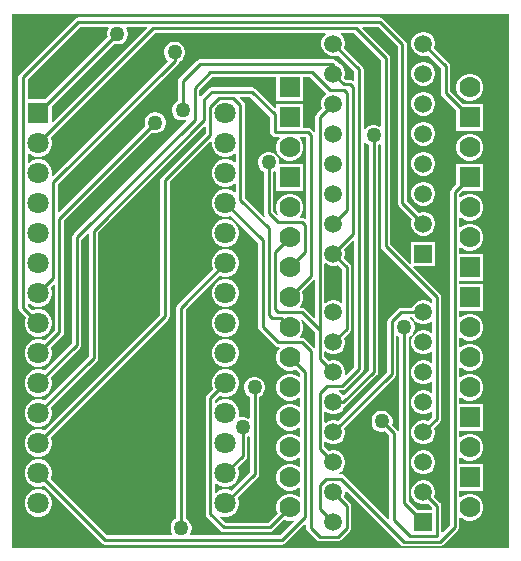
<source format=gtl>
%FSTAX23Y23*%
%MOIN*%
%SFA1B1*%

%IPPOS*%
%ADD13C,0.010000*%
%ADD21R,0.059060X0.059060*%
%ADD22C,0.059060*%
%ADD23C,0.070870*%
%ADD24R,0.070870X0.070870*%
%ADD25C,0.070000*%
%ADD26R,0.070000X0.070000*%
%ADD27C,0.050000*%
%LNeeprom_programmer-1*%
%LPD*%
G36*
X0435Y01645D02*
X02695D01*
Y03425*
X0435*
Y01645*
G37*
%LNeeprom_programmer-2*%
%LPC*%
G36*
X0407Y03264D02*
X04059D01*
X04049Y03261*
X0404Y03256*
X04033Y03249*
X04028Y0324*
X04025Y0323*
Y03219*
X04028Y03209*
X04033Y032*
X0404Y03193*
X04049Y03188*
X04059Y03185*
X0407*
X0408Y03188*
X04089Y03193*
X04096Y032*
X04101Y03209*
X04104Y03219*
Y0323*
X04101Y0324*
X04096Y03249*
X04089Y03256*
X0408Y03261*
X0407Y03264*
G37*
G36*
X04225Y03225D02*
X04214D01*
X04202Y03221*
X04192Y03216*
X04183Y03207*
X04178Y03197*
X04175Y03185*
Y03174*
X04178Y03162*
X04183Y03152*
X04192Y03143*
X04202Y03138*
X04214Y03135*
X04225*
X04237Y03138*
X04247Y03143*
X04256Y03152*
X04261Y03162*
X04265Y03174*
Y03185*
X04261Y03197*
X04256Y03207*
X04247Y03216*
X04237Y03221*
X04225Y03225*
G37*
G36*
X0407Y03164D02*
X04059D01*
X04049Y03161*
X0404Y03156*
X04033Y03149*
X04028Y0314*
X04025Y0313*
Y03119*
X04028Y03109*
X04033Y031*
X0404Y03093*
X04049Y03088*
X04059Y03085*
X0407*
X0408Y03088*
X04089Y03093*
X04096Y031*
X04101Y03109*
X04104Y03119*
Y0313*
X04101Y0314*
X04096Y03149*
X04089Y03156*
X0408Y03161*
X0407Y03164*
G37*
G36*
Y03364D02*
X04059D01*
X04049Y03361*
X0404Y03356*
X04033Y03349*
X04028Y0334*
X04025Y0333*
Y03319*
X04028Y03309*
X04033Y033*
X0404Y03293*
X04049Y03288*
X04059Y03285*
X0407*
X0408Y03288*
X04123Y03244*
Y03161*
X04124Y03155*
X04128Y0315*
X04175Y03103*
Y03035*
X04265*
Y03125*
X04196*
X04154Y03167*
Y03251*
X04153Y03256*
X04149Y03261*
X04101Y03309*
X04104Y03319*
Y0333*
X04101Y0334*
X04096Y03349*
X04089Y03356*
X0408Y03361*
X0407Y03364*
G37*
G36*
Y03064D02*
X04059D01*
X04049Y03061*
X0404Y03056*
X04033Y03049*
X04028Y0304*
X04025Y0303*
Y03019*
X04028Y03009*
X04033Y03*
X0404Y02993*
X04049Y02988*
X04059Y02985*
X0407*
X0408Y02988*
X04089Y02993*
X04096Y03*
X04101Y03009*
X04104Y03019*
Y0303*
X04101Y0304*
X04096Y03049*
X04089Y03056*
X0408Y03061*
X0407Y03064*
G37*
G36*
X04225Y03025D02*
X04214D01*
X04202Y03021*
X04192Y03016*
X04183Y03007*
X04178Y02997*
X04175Y02985*
Y02974*
X04178Y02962*
X04183Y02952*
X04192Y02943*
X04202Y02938*
X04214Y02935*
X04225*
X04237Y02938*
X04247Y02943*
X04256Y02952*
X04261Y02962*
X04265Y02974*
Y02985*
X04261Y02997*
X04256Y03007*
X04247Y03016*
X04237Y03021*
X04225Y03025*
G37*
G36*
X0407Y02964D02*
X04059D01*
X04049Y02961*
X0404Y02956*
X04033Y02949*
X04028Y0294*
X04025Y0293*
Y02919*
X04028Y02909*
X04033Y029*
X0404Y02893*
X04049Y02888*
X04059Y02885*
X0407*
X0408Y02888*
X04089Y02893*
X04096Y029*
X04101Y02909*
X04104Y02919*
Y0293*
X04101Y0294*
X04096Y02949*
X04089Y02956*
X0408Y02961*
X0407Y02964*
G37*
G36*
Y02864D02*
X04059D01*
X04049Y02861*
X0404Y02856*
X04033Y02849*
X04028Y0284*
X04025Y0283*
Y02819*
X04028Y02809*
X04033Y028*
X0404Y02793*
X04049Y02788*
X04059Y02785*
X0407*
X0408Y02788*
X04089Y02793*
X04096Y028*
X04101Y02809*
X04104Y02819*
Y0283*
X04101Y0284*
X04096Y02849*
X04089Y02856*
X0408Y02861*
X0407Y02864*
G37*
G36*
X0392Y03413D02*
X02915D01*
X02909Y03412*
X02904Y03408*
X0272Y03224*
X02716Y03219*
X02715Y03213*
Y02444*
X02716Y02438*
X0272Y02433*
X0274Y02413*
X02739Y02411*
X02736Y02399*
Y02387*
X02739Y02376*
X02745Y02365*
X02753Y02357*
X02763Y02351*
X02775Y02348*
X02787*
X02799Y02351*
X02809Y02357*
X02817Y02365*
X02823Y02376*
X02826Y02387*
Y02399*
X02823Y02411*
X02817Y02421*
X02809Y0243*
X02799Y02436*
X02787Y02439*
X02775*
X02763Y02436*
X02761Y02435*
X02746Y0245*
Y02458*
X0275Y0246*
X02753Y02457*
X02763Y02451*
X02775Y02448*
X02787*
X02799Y02451*
X02809Y02457*
X02817Y02465*
X02823Y02476*
X02826Y02487*
Y02499*
X02823Y02511*
X02822Y02513*
X02831Y02522*
X02836Y0252*
Y0237*
X02801Y02335*
X02799Y02336*
X02787Y02339*
X02775*
X02763Y02336*
X02753Y0233*
X02745Y02321*
X02739Y02311*
X02736Y02299*
Y02287*
X02739Y02276*
X02745Y02265*
X02753Y02257*
X02763Y02251*
X02775Y02248*
X02787*
X02799Y02251*
X02809Y02257*
X02817Y02265*
X02823Y02276*
X02826Y02287*
Y02299*
X02823Y02311*
X02822Y02313*
X02862Y02353*
X02866Y02358*
X02867Y02364*
Y02736*
X03159Y03028*
X03166Y03027*
X03175*
X03184Y03029*
X03192Y03033*
X03199Y0304*
X03203Y03048*
X03206Y03057*
Y03066*
X03203Y03075*
X03199Y03083*
X03192Y0309*
X03184Y03094*
X03175Y03097*
X03166*
X03157Y03094*
X03149Y0309*
X03142Y03083*
X03138Y03075*
X03136Y03066*
Y03057*
X03137Y0305*
X02851Y02764*
X02847Y02766*
Y02857*
X03246Y03257*
X0325Y03262*
X0325Y03265*
X03257Y03268*
X03264Y03275*
X03268Y03283*
X03271Y03292*
Y03301*
X03268Y0331*
X03264Y03318*
X03257Y03325*
X03249Y03329*
X0324Y03332*
X03231*
X03222Y03329*
X03214Y03325*
X03207Y03318*
X03203Y0331*
X03201Y03301*
Y03292*
X03203Y03283*
X03207Y03275*
X03214Y03268*
X03214Y03268*
X02831Y02884*
X02826Y02887*
X02826Y02887*
Y02899*
X02823Y02911*
X02817Y02921*
X02809Y0293*
X02799Y02936*
X02787Y02939*
X02775*
X02763Y02936*
X02753Y0293*
X0275Y02927*
X02746Y02929*
Y02958*
X0275Y0296*
X02753Y02957*
X02763Y02951*
X02775Y02948*
X02787*
X02799Y02951*
X02809Y02957*
X02817Y02965*
X02823Y02976*
X02826Y02987*
Y02999*
X02823Y03011*
X02822Y03013*
X03169Y0336*
X03738*
X03739Y03355*
X03733Y03349*
X03728Y0334*
X03725Y0333*
Y03319*
X03728Y03309*
X03733Y033*
X0374Y03293*
X03749Y03288*
X03759Y03285*
X0377*
X0378Y03288*
X03835Y03232*
Y03201*
X03832Y032*
X0383Y032*
X03825Y03203*
X0382Y03204*
X03806*
X03801Y03209*
X03804Y03219*
Y0323*
X03801Y0324*
X03796Y03249*
X03789Y03256*
X0378Y03261*
X03779Y03262*
X03779Y03263*
X03775Y03268*
X0377Y03272*
X03765Y03273*
X0332*
X03314Y03272*
X03309Y03268*
X03251Y0321*
X03247Y03205*
X03246Y032*
Y03135*
X0324Y03132*
X03233Y03125*
X03229Y03117*
X03227Y03108*
Y03099*
X03229Y0309*
X03233Y03082*
X0324Y03075*
X03248Y03071*
X03257Y03069*
X03266*
X03273Y0307*
X03275Y03066*
X02899Y02689*
X02895Y02684*
X02894Y02679*
Y02328*
X02801Y02235*
X02799Y02236*
X02787Y02239*
X02775*
X02763Y02236*
X02753Y0223*
X02745Y02221*
X02739Y02211*
X02736Y02199*
Y02187*
X02739Y02176*
X02745Y02165*
X02753Y02157*
X02763Y02151*
X02775Y02148*
X02787*
X02799Y02151*
X02809Y02157*
X02817Y02165*
X02823Y02176*
X02826Y02187*
Y02199*
X02823Y02211*
X02822Y02213*
X0292Y02311*
X02924Y02316*
X02925Y02322*
Y02672*
X02946Y02693*
X0295Y02691*
Y02284*
X02801Y02135*
X02799Y02136*
X02787Y02139*
X02775*
X02763Y02136*
X02753Y0213*
X02745Y02121*
X02739Y02111*
X02736Y02099*
Y02087*
X02739Y02076*
X02745Y02065*
X02753Y02057*
X02763Y02051*
X02775Y02048*
X02787*
X02799Y02051*
X02809Y02057*
X02817Y02065*
X02823Y02076*
X02826Y02087*
Y02099*
X02823Y02111*
X02822Y02113*
X02976Y02267*
X0298Y02272*
X02981Y02278*
Y02695*
X03335Y03049*
X03339Y03047*
Y03028*
X03193Y02881*
X03189Y02876*
X03188Y0287*
Y02422*
X02801Y02035*
X02799Y02036*
X02787Y02039*
X02775*
X02763Y02036*
X02753Y0203*
X02745Y02021*
X02739Y02011*
X02736Y01999*
Y01987*
X02739Y01976*
X02745Y01965*
X02753Y01957*
X02763Y01951*
X02775Y01948*
X02787*
X02799Y01951*
X02809Y01957*
X02817Y01965*
X02823Y01976*
X02826Y01987*
Y01999*
X02823Y02011*
X02822Y02013*
X03214Y02405*
X03218Y0241*
X03219Y02416*
Y02864*
X03355Y03*
X0336Y02998*
Y02987*
X03363Y02976*
X03369Y02965*
X03377Y02957*
X03387Y02951*
X03399Y02948*
X03411*
X03422Y02951*
X03433Y02957*
X03435Y0296*
X0344Y02958*
Y02929*
X03435Y02927*
X03433Y0293*
X03422Y02936*
X03411Y02939*
X03399*
X03387Y02936*
X03377Y0293*
X03369Y02921*
X03363Y02911*
X0336Y02899*
Y02887*
X03363Y02876*
X03369Y02865*
X03377Y02857*
X03387Y02851*
X03399Y02848*
X03411*
X03422Y02851*
X03433Y02857*
X03435Y0286*
X0344Y02858*
Y02829*
X03435Y02827*
X03433Y0283*
X03422Y02836*
X03411Y02839*
X03399*
X03387Y02836*
X03377Y0283*
X03369Y02821*
X03363Y02811*
X0336Y02799*
Y02787*
X03363Y02776*
X03369Y02765*
X03377Y02757*
X03387Y02751*
X03399Y02748*
X03411*
X03422Y02751*
X03425Y02752*
X03514Y02662*
Y0238*
X03515Y02374*
X03519Y02369*
X03569Y02319*
X03574Y02315*
X0358Y02314*
X03584*
X03586Y0231*
X03583Y02307*
X03578Y02297*
X03575Y02285*
Y02274*
X03578Y02262*
X03583Y02252*
X03592Y02243*
X03602Y02238*
X03614Y02235*
X03625*
X03637Y02238*
X03639Y02239*
X03654Y02223*
Y02215*
X0365Y02213*
X03647Y02216*
X03637Y02221*
X03625Y02225*
X03614*
X03602Y02221*
X03592Y02216*
X03583Y02207*
X03578Y02197*
X03575Y02185*
Y02174*
X03578Y02162*
X03583Y02152*
X03592Y02143*
X03602Y02138*
X03614Y02135*
X03625*
X03637Y02138*
X03647Y02143*
X0365Y02146*
X03654Y02144*
Y02115*
X0365Y02113*
X03647Y02116*
X03637Y02121*
X03625Y02125*
X03614*
X03602Y02121*
X03592Y02116*
X03583Y02107*
X03578Y02097*
X03575Y02085*
Y02074*
X03578Y02062*
X03583Y02052*
X03592Y02043*
X03602Y02038*
X03614Y02035*
X03625*
X03637Y02038*
X03647Y02043*
X0365Y02046*
X03654Y02044*
Y02015*
X0365Y02013*
X03647Y02016*
X03637Y02021*
X03625Y02025*
X03614*
X03602Y02021*
X03592Y02016*
X03583Y02007*
X03578Y01997*
X03575Y01985*
Y01974*
X03578Y01962*
X03583Y01952*
X03592Y01943*
X03602Y01938*
X03614Y01935*
X03625*
X03637Y01938*
X03647Y01943*
X0365Y01946*
X03654Y01944*
Y01915*
X0365Y01913*
X03647Y01916*
X03637Y01921*
X03625Y01925*
X03614*
X03602Y01921*
X03592Y01916*
X03583Y01907*
X03578Y01897*
X03575Y01885*
Y01874*
X03578Y01862*
X03583Y01852*
X03592Y01843*
X03602Y01838*
X03614Y01835*
X03625*
X03637Y01838*
X03647Y01843*
X0365Y01846*
X03654Y01844*
Y01815*
X0365Y01813*
X03647Y01816*
X03637Y01821*
X03625Y01825*
X03614*
X03602Y01821*
X03592Y01816*
X03583Y01807*
X03578Y01797*
X03575Y01785*
Y01774*
X03578Y01762*
X03579Y0176*
X03546Y01728*
X03406*
X03388Y01746*
X03391Y0175*
X03399Y01748*
X03411*
X03422Y01751*
X03433Y01757*
X03441Y01765*
X03447Y01776*
X0345Y01787*
Y01799*
X03447Y01811*
X03446Y01813*
X03512Y01879*
X03516Y01884*
X03517Y0189*
Y02148*
X03523Y02151*
X0353Y02158*
X03534Y02166*
X03537Y02175*
Y02184*
X03534Y02193*
X0353Y02201*
X03523Y02208*
X03515Y02212*
X03506Y02215*
X03497*
X03488Y02212*
X0348Y02208*
X03473Y02201*
X03469Y02193*
X03467Y02184*
Y02175*
X03469Y02166*
X03473Y02158*
X0348Y02151*
X03486Y02148*
Y02077*
X03481Y02075*
X03475Y02078*
X03466Y02081*
X03457*
X03453Y0208*
X03449Y02084*
X0345Y02087*
Y02099*
X03447Y02111*
X03441Y02121*
X03433Y0213*
X03422Y02136*
X03411Y02139*
X03399*
X03387Y02136*
X03377Y0213*
X03374Y02127*
X0337Y02129*
Y02137*
X03385Y02152*
X03387Y02151*
X03399Y02148*
X03411*
X03422Y02151*
X03433Y02157*
X03441Y02165*
X03447Y02176*
X0345Y02187*
Y02199*
X03447Y02211*
X03441Y02221*
X03433Y0223*
X03422Y02236*
X03411Y02239*
X03399*
X03387Y02236*
X03377Y0223*
X03369Y02221*
X03363Y02211*
X0336Y02199*
Y02187*
X03363Y02176*
X03364Y02174*
X03344Y02154*
X0334Y02149*
X03339Y02143*
Y01758*
X0334Y01752*
X03344Y01747*
X03389Y01702*
X03394Y01698*
X034Y01697*
X03553*
X03558Y01698*
X03563Y01702*
X036Y01739*
X03602Y01738*
X03614Y01735*
X03625*
X03631Y01736*
X03634Y01732*
X03588Y01686*
X03288*
X03286Y01691*
X03289Y01697*
X03292Y01706*
Y01715*
X03289Y01724*
X03285Y01732*
X03278Y01739*
X03272Y01742*
Y02439*
X03385Y02552*
X03387Y02551*
X03399Y02548*
X03411*
X03422Y02551*
X03433Y02557*
X03441Y02565*
X03447Y02576*
X0345Y02587*
Y02599*
X03447Y02611*
X03441Y02621*
X03433Y0263*
X03422Y02636*
X03411Y02639*
X03399*
X03387Y02636*
X03377Y0263*
X03369Y02621*
X03363Y02611*
X0336Y02599*
Y02587*
X03363Y02576*
X03364Y02574*
X03246Y02456*
X03242Y02451*
X03241Y02445*
Y01742*
X03235Y01739*
X03228Y01732*
X03224Y01724*
X03222Y01715*
Y01706*
X03224Y01697*
X03227Y01691*
X03225Y01686*
X0301*
X02822Y01874*
X02823Y01876*
X02826Y01887*
Y01899*
X02823Y01911*
X02817Y01921*
X02809Y0193*
X02799Y01936*
X02787Y01939*
X02775*
X02763Y01936*
X02753Y0193*
X02745Y01921*
X02739Y01911*
X02736Y01899*
Y01887*
X02739Y01876*
X02745Y01865*
X02753Y01857*
X02763Y01851*
X02775Y01848*
X02787*
X02799Y01851*
X02801Y01852*
X02993Y0166*
X02998Y01656*
X03004Y01655*
X03595*
X036Y01656*
X03605Y0166*
X0367Y01724*
X03674Y01722*
Y01712*
X03675Y01706*
X03679Y01701*
X03709Y01671*
X03714Y01667*
X0372Y01666*
X0378*
X03785Y01667*
X0379Y01671*
X0382Y01701*
X03824Y01706*
X03825Y01712*
Y01785*
X03824Y0179*
X0382Y01795*
X03801Y01814*
X03804Y01824*
Y01832*
X03809Y01834*
X03989Y01654*
X03994Y01651*
X04Y0165*
X0412*
X04125Y01651*
X0413Y01654*
X0418Y01704*
X04184Y01709*
X04185Y01715*
Y01744*
X04189Y01746*
X04192Y01743*
X04202Y01738*
X04214Y01735*
X04225*
X04237Y01738*
X04247Y01743*
X04256Y01752*
X04261Y01762*
X04265Y01774*
Y01785*
X04261Y01797*
X04256Y01807*
X04247Y01816*
X04237Y01821*
X04225Y01825*
X04214*
X04202Y01821*
X04192Y01816*
X04189Y01813*
X04185Y01815*
Y01835*
X04265*
Y01925*
X04185*
Y01944*
X04189Y01946*
X04192Y01943*
X04202Y01938*
X04214Y01935*
X04225*
X04237Y01938*
X04247Y01943*
X04256Y01952*
X04261Y01962*
X04265Y01974*
Y01985*
X04261Y01997*
X04256Y02007*
X04247Y02016*
X04237Y02021*
X04225Y02025*
X04214*
X04202Y02021*
X04192Y02016*
X04189Y02013*
X04185Y02015*
Y02035*
X04265*
Y02125*
X04185*
Y02144*
X04189Y02146*
X04192Y02143*
X04202Y02138*
X04214Y02135*
X04225*
X04237Y02138*
X04247Y02143*
X04256Y02152*
X04261Y02162*
X04265Y02174*
Y02185*
X04261Y02197*
X04256Y02207*
X04247Y02216*
X04237Y02221*
X04225Y02225*
X04214*
X04202Y02221*
X04192Y02216*
X04189Y02213*
X04185Y02215*
Y02244*
X04189Y02246*
X04192Y02243*
X04202Y02238*
X04214Y02235*
X04225*
X04237Y02238*
X04247Y02243*
X04256Y02252*
X04261Y02262*
X04265Y02274*
Y02285*
X04261Y02297*
X04256Y02307*
X04247Y02316*
X04237Y02321*
X04225Y02325*
X04214*
X04202Y02321*
X04192Y02316*
X04189Y02313*
X04185Y02315*
Y02344*
X04189Y02346*
X04192Y02343*
X04202Y02338*
X04214Y02335*
X04225*
X04237Y02338*
X04247Y02343*
X04256Y02352*
X04261Y02362*
X04265Y02374*
Y02385*
X04261Y02397*
X04256Y02407*
X04247Y02416*
X04237Y02421*
X04225Y02425*
X04214*
X04202Y02421*
X04192Y02416*
X04189Y02413*
X04185Y02415*
Y02435*
X04265*
Y02525*
X04185*
Y02535*
X04265*
Y02625*
X04185*
Y02644*
X04189Y02646*
X04192Y02643*
X04202Y02638*
X04214Y02635*
X04225*
X04237Y02638*
X04247Y02643*
X04256Y02652*
X04261Y02662*
X04265Y02674*
Y02685*
X04261Y02697*
X04256Y02707*
X04247Y02716*
X04237Y02721*
X04225Y02725*
X04214*
X04202Y02721*
X04192Y02716*
X04189Y02713*
X04185Y02715*
Y02744*
X04189Y02746*
X04192Y02743*
X04202Y02738*
X04214Y02735*
X04225*
X04237Y02738*
X04247Y02743*
X04256Y02752*
X04261Y02762*
X04265Y02774*
Y02785*
X04261Y02797*
X04256Y02807*
X04247Y02816*
X04237Y02821*
X04225Y02825*
X04214*
X04202Y02821*
X04192Y02816*
X04189Y02813*
X04185Y02815*
Y02823*
X04196Y02835*
X04265*
Y02925*
X04175*
Y02856*
X04159Y0284*
X04155Y02835*
X04154Y0283*
Y01721*
X04129Y01696*
X04124Y01698*
X04125Y01784*
Y01784*
Y01785*
X04124Y01787*
X04124Y0179*
X04124Y0179*
X04124Y0179*
X04122Y01793*
X0412Y01795*
X0412Y01795*
X0412Y01795*
X04101Y01814*
X04104Y01824*
Y01835*
X04101Y01845*
X04096Y01854*
X04089Y01861*
X0408Y01866*
X0407Y01869*
X04059*
X04049Y01866*
X0404Y01861*
X04033Y01854*
X04028Y01845*
X04025Y01835*
Y01824*
X04028Y01814*
X04033Y01805*
X0404Y01798*
X04049Y01793*
X04059Y0179*
X0407*
X0408Y01793*
X04094Y01778*
X04094Y01769*
X04047*
X04016Y018*
Y02348*
X04022Y02351*
X04029Y02358*
X04033Y02366*
X04036Y02375*
Y02384*
X04033Y02393*
X04029Y02401*
X04022Y02408*
X04019Y02409*
X0402Y02414*
X04028*
X04033Y02405*
X0404Y02398*
X04049Y02393*
X04059Y0239*
X0407*
X0408Y02393*
X04089Y02398*
X0409Y02399*
X04094Y02397*
Y02362*
X0409Y0236*
X04089Y02361*
X0408Y02366*
X0407Y02369*
X04059*
X04049Y02366*
X0404Y02361*
X04033Y02354*
X04028Y02345*
X04025Y02335*
Y02324*
X04028Y02314*
X04033Y02305*
X0404Y02298*
X04049Y02293*
X04059Y0229*
X0407*
X0408Y02293*
X04089Y02298*
X0409Y02299*
X04094Y02297*
Y02262*
X0409Y0226*
X04089Y02261*
X0408Y02266*
X0407Y02269*
X04059*
X04049Y02266*
X0404Y02261*
X04033Y02254*
X04028Y02245*
X04025Y02235*
Y02224*
X04028Y02214*
X04033Y02205*
X0404Y02198*
X04049Y02193*
X04059Y0219*
X0407*
X0408Y02193*
X04089Y02198*
X0409Y02199*
X04094Y02197*
Y02162*
X0409Y0216*
X04089Y02161*
X0408Y02166*
X0407Y02169*
X04059*
X04049Y02166*
X0404Y02161*
X04033Y02154*
X04028Y02145*
X04025Y02135*
Y02124*
X04028Y02114*
X04033Y02105*
X0404Y02098*
X04049Y02093*
X04059Y0209*
X0407*
X0408Y02093*
X04089Y02098*
X0409Y02099*
X04094Y02097*
Y02081*
X0408Y02066*
X0407Y02069*
X04059*
X04049Y02066*
X0404Y02061*
X04033Y02054*
X04028Y02045*
X04025Y02035*
Y02024*
X04028Y02014*
X04033Y02005*
X0404Y01998*
X04049Y01993*
X04059Y0199*
X0407*
X0408Y01993*
X04089Y01998*
X04096Y02005*
X04101Y02014*
X04104Y02024*
Y02035*
X04101Y02045*
X0412Y02064*
X04124Y02069*
X04125Y02075*
Y0248*
X04124Y02485*
X0412Y0249*
X0403Y0258*
X04032Y02585*
X04104*
Y02664*
X04025*
Y02592*
X0402Y0259*
X03954Y02657*
Y03278*
X03953Y03283*
X03949Y03288*
X0386Y03378*
X03862Y03382*
X03913*
X03979Y03316*
Y02795*
X0398Y02789*
X03984Y02784*
X04028Y0274*
X04025Y0273*
Y02719*
X04028Y02709*
X04033Y027*
X0404Y02693*
X04049Y02688*
X04059Y02685*
X0407*
X0408Y02688*
X04089Y02693*
X04096Y027*
X04101Y02709*
X04104Y02719*
Y0273*
X04101Y0274*
X04096Y02749*
X04089Y02756*
X0408Y02761*
X0407Y02764*
X04059*
X04049Y02761*
X0401Y02801*
Y03323*
X04009Y03328*
X04005Y03333*
X0393Y03408*
X03925Y03412*
X0392Y03413*
G37*
G36*
X03411Y02739D02*
X03399D01*
X03387Y02736*
X03377Y0273*
X03369Y02721*
X03363Y02711*
X0336Y02699*
Y02687*
X03363Y02676*
X03369Y02665*
X03377Y02657*
X03387Y02651*
X03399Y02648*
X03411*
X03422Y02651*
X03433Y02657*
X03441Y02665*
X03447Y02676*
X0345Y02687*
Y02699*
X03447Y02711*
X03441Y02721*
X03433Y0273*
X03422Y02736*
X03411Y02739*
G37*
G36*
Y02539D02*
X03399D01*
X03387Y02536*
X03377Y0253*
X03369Y02521*
X03363Y02511*
X0336Y02499*
Y02487*
X03363Y02476*
X03369Y02465*
X03377Y02457*
X03387Y02451*
X03399Y02448*
X03411*
X03422Y02451*
X03433Y02457*
X03441Y02465*
X03447Y02476*
X0345Y02487*
Y02499*
X03447Y02511*
X03441Y02521*
X03433Y0253*
X03422Y02536*
X03411Y02539*
G37*
G36*
Y02439D02*
X03399D01*
X03387Y02436*
X03377Y0243*
X03369Y02421*
X03363Y02411*
X0336Y02399*
Y02387*
X03363Y02376*
X03369Y02365*
X03377Y02357*
X03387Y02351*
X03399Y02348*
X03411*
X03422Y02351*
X03433Y02357*
X03441Y02365*
X03447Y02376*
X0345Y02387*
Y02399*
X03447Y02411*
X03441Y02421*
X03433Y0243*
X03422Y02436*
X03411Y02439*
G37*
G36*
Y02339D02*
X03399D01*
X03387Y02336*
X03377Y0233*
X03369Y02321*
X03363Y02311*
X0336Y02299*
Y02287*
X03363Y02276*
X03369Y02265*
X03377Y02257*
X03387Y02251*
X03399Y02248*
X03411*
X03422Y02251*
X03433Y02257*
X03441Y02265*
X03447Y02276*
X0345Y02287*
Y02299*
X03447Y02311*
X03441Y02321*
X03433Y0233*
X03422Y02336*
X03411Y02339*
G37*
G36*
X0407Y01969D02*
X04059D01*
X04049Y01966*
X0404Y01961*
X04033Y01954*
X04028Y01945*
X04025Y01935*
Y01924*
X04028Y01914*
X04033Y01905*
X0404Y01898*
X04049Y01893*
X04059Y0189*
X0407*
X0408Y01893*
X04089Y01898*
X04096Y01905*
X04101Y01914*
X04104Y01924*
Y01935*
X04101Y01945*
X04096Y01954*
X04089Y01961*
X0408Y01966*
X0407Y01969*
G37*
G36*
X02787Y01839D02*
X02775D01*
X02763Y01836*
X02753Y0183*
X02745Y01821*
X02739Y01811*
X02736Y01799*
Y01787*
X02739Y01776*
X02745Y01765*
X02753Y01757*
X02763Y01751*
X02775Y01748*
X02787*
X02799Y01751*
X02809Y01757*
X02817Y01765*
X02823Y01776*
X02826Y01787*
Y01799*
X02823Y01811*
X02817Y01821*
X02809Y0183*
X02799Y01836*
X02787Y01839*
G37*
%LNeeprom_programmer-3*%
%LPD*%
G36*
X03144Y03378D02*
X02831Y03065D01*
X02826Y03067*
Y03117*
X03034Y03324*
X03041Y03323*
X0305*
X03059Y03325*
X03067Y03329*
X03073Y03336*
X03078Y03344*
X0308Y03353*
Y03362*
X03078Y03371*
X03074Y03377*
X03077Y03382*
X03142*
X03144Y03378*
G37*
G36*
X03016Y03377D02*
X03013Y03371D01*
X0301Y03362*
Y03353*
X03012Y03346*
X02805Y03139*
X02746*
Y03207*
X02921Y03382*
X03014*
X03016Y03377*
G37*
G36*
X03741Y03161D02*
X0374Y03156D01*
X0374Y03156*
X03733Y03149*
X03728Y0314*
X03725Y0313*
Y03119*
X03728Y03109*
X03709Y0309*
X03705Y03085*
X03704Y0308*
Y03033*
X03704Y03033*
X03699Y03031*
X0369Y0304*
X03685Y03044*
X0368Y03045*
X03665*
Y03125*
X03575*
Y03112*
X0357Y0311*
X03505Y03175*
X035Y03178*
X03495Y03179*
X03359*
X03353Y03178*
X03348Y03175*
X03324Y0315*
X03323Y03149*
X03318Y0315*
Y03171*
X03361Y03214*
X03575*
Y03135*
X03665*
Y03214*
X03688*
X03741Y03161*
G37*
G36*
X03923Y03271D02*
Y0305D01*
X03918Y03048*
X03912Y03051*
X03903Y03054*
X03894*
X03885Y03051*
X03877Y03047*
X03871Y0304*
X03869Y0304*
X03866Y03042*
Y03239*
X03865Y03244*
X03861Y03249*
X03801Y03309*
X03804Y03319*
Y0333*
X03801Y0334*
X03796Y03349*
X0379Y03355*
X03791Y0336*
X03834*
X03923Y03271*
G37*
G36*
X03554Y03082D02*
Y0303D01*
X03555Y03024*
X03559Y03019*
X03564Y03015*
X0357Y03014*
X03584*
X03586Y0301*
X03583Y03007*
X03578Y02997*
X03575Y02985*
Y02974*
X03578Y02962*
X03583Y02952*
X03592Y02943*
X03602Y02938*
X03614Y02935*
X03625*
X03637Y02938*
X03647Y02943*
X03656Y02952*
X03661Y02962*
X03665Y02974*
Y02985*
X03661Y02997*
X03656Y03007*
X03653Y0301*
X03655Y03014*
X03673*
X03674Y03013*
Y02743*
X03669Y02741*
X03665Y02744*
X0366Y02745*
X03655*
X03653Y02749*
X03656Y02752*
X03661Y02762*
X03665Y02774*
Y02785*
X03661Y02797*
X03656Y02807*
X03647Y02816*
X03637Y02821*
X03625Y02825*
X03614*
X03602Y02821*
X03592Y02816*
X03583Y02807*
X03578Y02797*
X03575Y02785*
Y02774*
X03578Y02762*
X0358Y02757*
X03576Y02754*
X03565Y02766*
Y02898*
X0357Y02901*
X03575Y02898*
Y02835*
X03665*
Y02925*
X03585*
X03585Y02925*
Y02934*
X03582Y02943*
X03578Y02951*
X03571Y02958*
X03563Y02962*
X03554Y02965*
X03545*
X03536Y02962*
X03528Y02958*
X03521Y02951*
X03517Y02943*
X03515Y02934*
Y02925*
X03517Y02916*
X03521Y02908*
X03528Y02901*
X03534Y02898*
Y0276*
X03535Y02754*
X03538Y0275*
X03534Y02746*
X03471Y0281*
Y0312*
X0347Y03125*
X03466Y0313*
X03453Y03144*
X03455Y03148*
X03488*
X03554Y03082*
G37*
G36*
X03923Y02987D02*
Y02651D01*
X03924Y02645*
X03928Y0264*
X04094Y02473*
Y02462*
X0409Y0246*
X04089Y02461*
X0408Y02466*
X0407Y02469*
X04059*
X04049Y02466*
X0404Y02461*
X04033Y02454*
X04028Y02445*
X0399*
X03984Y02444*
X03979Y0244*
X03949Y0241*
X03946Y02405*
X03945Y024*
Y02231*
X0378Y02066*
X0377Y02069*
X03759*
X03749Y02066*
X0374Y02061*
X0374Y02061*
X03735Y02063*
Y02096*
X0374Y02098*
X0374Y02098*
X03749Y02093*
X03759Y0209*
X0377*
X0378Y02093*
X03789Y02098*
X03796Y02105*
X03801Y02114*
X03802Y02115*
X03803Y02115*
X03808Y02119*
X03909Y0222*
X03913Y02225*
X03914Y02231*
Y02987*
X03918Y02989*
X03923Y02987*
G37*
G36*
X0374Y02593D02*
X03749Y02588D01*
X03759Y02585*
X0377*
X0378Y02588*
X03794Y02573*
Y02462*
X0379Y0246*
X03789Y02461*
X0378Y02466*
X0377Y02469*
X03759*
X03749Y02466*
X0374Y02461*
X03739Y0246*
X03735Y02462*
Y02592*
X03739Y02594*
X0374Y02593*
G37*
G36*
X03704Y02536D02*
X03704Y02536D01*
Y02414*
X037Y02412*
X03671Y0244*
X03666Y02444*
X03661Y02445*
X03655*
X03653Y02449*
X03656Y02452*
X03661Y02462*
X03665Y02474*
Y02485*
X03661Y02497*
X0366Y02499*
X03699Y02538*
X03704Y02536*
G37*
G36*
X03704Y02364D02*
Y02313D01*
X03704Y02313*
X03699Y02311*
X0367Y0234*
X03665Y02344*
X0366Y02345*
X03655*
X03653Y02349*
X03656Y02352*
X03661Y02362*
X03665Y02374*
Y02385*
X03661Y02397*
X03657Y02404*
X03661Y02407*
X03704Y02364*
G37*
G36*
X03835Y02667D02*
Y02247D01*
X03808Y0222*
X03804Y02223*
X03804Y02224*
Y02235*
X03801Y02245*
X03796Y02254*
X03789Y02261*
X0378Y02266*
X0377Y02269*
X03759*
X03749Y02266*
X03735Y02281*
Y02297*
X03739Y02299*
X0374Y02298*
X03749Y02293*
X03759Y0229*
X0377*
X0378Y02293*
X03789Y02298*
X03796Y02305*
X03801Y02314*
X03804Y02324*
Y02335*
X03801Y02345*
X0382Y02364*
X03824Y02369*
X03825Y02375*
Y0258*
X03824Y02585*
X0382Y0259*
X03801Y02609*
X03804Y02619*
Y0263*
X03801Y0264*
X03831Y02669*
X03835Y02667*
G37*
G36*
X03877Y0299D02*
X03883Y02987D01*
Y02237*
X03801Y02154*
X03795Y02155*
X03789Y02161*
X03783Y02164*
X03785Y02169*
X03794*
X038Y0217*
X03805Y02174*
X03861Y0223*
X03865Y02235*
X03866Y02241*
Y02995*
X03869Y02997*
X03871Y02997*
X03877Y0299*
G37*
G36*
X03985Y02348D02*
Y02034D01*
X03983Y02033*
X0398Y02033*
X03977Y02037*
X0396Y02055*
X03962Y02062*
Y02071*
X03959Y0208*
X03955Y02088*
X03948Y02095*
X0394Y02099*
X03931Y02102*
X03922*
X03913Y02099*
X03905Y02095*
X03898Y02088*
X03894Y0208*
X03892Y02071*
Y02062*
X03894Y02053*
X03898Y02045*
X03905Y02038*
X03913Y02034*
X03922Y02032*
X03931*
X03938Y02033*
X03951Y0202*
Y01742*
X03946Y0174*
X03801Y01885*
X03796Y01889*
X0379Y0189*
X03785*
X03783Y01895*
X03789Y01898*
X03796Y01905*
X03801Y01914*
X03804Y01924*
Y01935*
X03801Y01945*
X03796Y01954*
X03789Y01961*
X0378Y01966*
X0377Y01969*
X03759*
X03749Y01966*
X03735Y0198*
Y01996*
X0374Y01998*
X0374Y01998*
X03749Y01993*
X03759Y0199*
X0377*
X0378Y01993*
X03789Y01998*
X03796Y02005*
X03801Y02014*
X03804Y02024*
Y02035*
X03801Y02045*
X03971Y02214*
X03974Y02219*
X03975Y02225*
Y02349*
X0398Y02351*
X03985Y02348*
G37*
G36*
X03486Y02014D02*
Y01896D01*
X03425Y01835*
X03422Y01836*
X03411Y01839*
X03399*
X03387Y01836*
X03377Y0183*
X03374Y01827*
X0337Y01829*
Y01858*
X03374Y0186*
X03377Y01857*
X03387Y01851*
X03399Y01848*
X03411*
X03422Y01851*
X03433Y01857*
X03441Y01865*
X03447Y01876*
X0345Y01887*
Y01899*
X03447Y01911*
X03446Y01913*
X03472Y01939*
X03476Y01944*
X03477Y0195*
Y02014*
X03481Y02016*
X03486Y02014*
G37*
G54D13*
X0332Y03258D02*
X03765D01*
X0372Y02371D02*
Y0308D01*
Y02275D02*
Y02371D01*
Y01775D02*
X03765Y0173D01*
X0372Y01775D02*
Y01855D01*
X0374Y01875*
X0379*
X04Y01665*
X0412*
X0417Y01715*
Y0283*
X0422Y0288*
X03765Y0233D02*
X0381Y02375D01*
Y0258*
X03765Y02625D02*
X0381Y0258D01*
X02781Y02093D02*
X02966Y02278D01*
Y02702*
X03335Y03071*
Y0314*
X03359Y03164*
X03495*
X0357Y03089*
Y0303D02*
Y03089D01*
Y0303D02*
X0368D01*
X0369Y0302*
Y0255D02*
Y0302D01*
X0362Y0248D02*
X0369Y0255D01*
X02781Y01893D02*
X03004Y01671D01*
X03595*
X0367Y01746*
Y0223*
X0362Y0228D02*
X0367Y0223D01*
X0399Y0243D02*
X04065D01*
X0396Y024D02*
X0399Y0243D01*
X0396Y02225D02*
Y024D01*
X03765Y0203D02*
X0396Y02225D01*
X02851Y02742D02*
X03171Y03062D01*
X02851Y02364D02*
Y02742D01*
X02781Y02293D02*
X02851Y02364D01*
X03765Y03325D02*
X03851Y03239D01*
Y02241D02*
Y03239D01*
X03794Y02185D02*
X03851Y02241D01*
X03745Y02185D02*
X03794D01*
X0372Y0216D02*
X03745Y02185D01*
X0372Y01974D02*
Y0216D01*
Y01974D02*
X03765Y0193D01*
Y0183D02*
X0381Y01785D01*
Y01712D02*
Y01785D01*
X0378Y01682D02*
X0381Y01712D01*
X0372Y01682D02*
X0378D01*
X0369Y01712D02*
X0372Y01682D01*
X0369Y01712D02*
Y023D01*
X0366Y0233D02*
X0369Y023D01*
X0358Y0233D02*
X0366D01*
X0353Y0238D02*
X0358Y0233D01*
X0353Y0238D02*
Y02669D01*
X03405Y02793D02*
X0353Y02669D01*
X03765Y0213D02*
X03798D01*
X03899Y02231*
Y03019*
X0362Y0258D02*
X0367Y0263D01*
Y0272*
X0366Y0273D02*
X0367Y0272D01*
X0358Y0273D02*
X0366D01*
X0355Y0276D02*
X0358Y0273D01*
X0355Y0276D02*
Y0293D01*
X0372Y0308D02*
X03765Y03125D01*
X0372Y02275D02*
X03765Y0223D01*
X02781Y03093D02*
X03045Y03358D01*
X04065Y0203D02*
X0411Y02075D01*
Y0248*
X03939Y02651D02*
X0411Y0248D01*
X03939Y02651D02*
Y03278D01*
X03841Y03376D02*
X03939Y03278D01*
X03163Y03376D02*
X03841D01*
X02781Y02993D02*
X03163Y03376D01*
X03927Y02067D02*
X03967Y02027D01*
Y01738D02*
Y02027D01*
Y01738D02*
X0402Y01685D01*
X04109*
X0411Y01785*
X04065Y0183D02*
X0411Y01785D01*
X03257Y02445D02*
X03405Y02593D01*
X03257Y01711D02*
Y02445D01*
X04001Y01794D02*
X04065Y0173D01*
X04001Y01794D02*
Y0238D01*
X03236Y03268D02*
Y03297D01*
X02831Y02864D02*
X03236Y03268D01*
X02831Y02544D02*
Y02864D01*
X02781Y02493D02*
X02831Y02544D01*
X02731Y02444D02*
X02781Y02393D01*
X02731Y02444D02*
Y03213D01*
X02915Y03398*
X0392*
X03995Y03323*
Y02795D02*
Y03323D01*
Y02795D02*
X04065Y02725D01*
X03553Y01713D02*
X0362Y0178D01*
X034Y01713D02*
X03553D01*
X03355Y01758D02*
X034Y01713D01*
X03355Y01758D02*
Y02143D01*
X03405Y02193*
X03765Y02725D02*
X0381Y0277D01*
Y03159*
X038Y03169D02*
X0381Y03159D01*
X03755Y03169D02*
X038D01*
X03695Y0323D02*
X03755Y03169D01*
X03355Y0323D02*
X03695D01*
X03302Y03177D02*
X03355Y0323D01*
X03302Y03071D02*
Y03177D01*
X0291Y02679D02*
X03302Y03071D01*
X0291Y02322D02*
Y02679D01*
X02781Y02193D02*
X0291Y02322D01*
X03765Y03225D02*
Y03258D01*
X03262Y032D02*
X0332Y03258D01*
X03262Y03104D02*
Y032D01*
X0357Y0263D02*
X0362Y0268D01*
X0357Y0244D02*
Y0263D01*
Y0244D02*
X0358Y0243D01*
X03661*
X0372Y02371*
X0359Y0241D02*
X0362Y0238D01*
X0356Y0241D02*
X0359D01*
X0355Y0242D02*
X0356Y0241D01*
X0355Y0242D02*
Y0271D01*
X03455Y02804D02*
X0355Y0271D01*
X03455Y02804D02*
Y0312D01*
X03431Y03144D02*
X03455Y0312D01*
X03384Y03144D02*
X03431D01*
X03355Y03114D02*
X03384Y03144D01*
X03355Y03021D02*
Y03114D01*
X03204Y0287D02*
X03355Y03021D01*
X03204Y02416D02*
Y0287D01*
X02781Y01993D02*
X03204Y02416D01*
X03765Y02625D02*
X0383Y0269D01*
Y03179*
X0382Y03189D02*
X0383Y03179D01*
X038Y03189D02*
X0382D01*
X03765Y03225D02*
X038Y03189D01*
X03502Y0189D02*
Y0218D01*
X03405Y01793D02*
X03502Y0189D01*
X03405Y01893D02*
X03462Y0195D01*
Y02046*
X04139Y03161D02*
X0422Y0308D01*
X04139Y03161D02*
Y03251D01*
X04065Y03325D02*
X04139Y03251D01*
G54D21*
X04065Y0173D03*
Y02625D03*
G54D22*
X04065Y0183D03*
Y0193D03*
Y0203D03*
Y0213D03*
Y0223D03*
Y0233D03*
Y0243D03*
X03765Y0173D03*
Y0183D03*
Y0193D03*
Y0203D03*
Y0213D03*
Y0223D03*
Y0233D03*
Y0243D03*
X04065Y02725D03*
Y02825D03*
Y02925D03*
Y03025D03*
Y03125D03*
Y03225D03*
Y03325D03*
X03765Y02625D03*
Y02725D03*
Y02825D03*
Y02925D03*
Y03025D03*
Y03125D03*
Y03225D03*
Y03325D03*
G54D23*
X03405Y03093D03*
Y02993D03*
Y02893D03*
Y02793D03*
Y02693D03*
Y02593D03*
Y02493D03*
Y02393D03*
Y02293D03*
Y02193D03*
Y02093D03*
Y01993D03*
Y01893D03*
Y01793D03*
X02781D03*
Y01893D03*
Y01993D03*
Y02093D03*
Y02193D03*
Y02293D03*
Y02393D03*
Y02593D03*
Y02693D03*
Y02793D03*
Y02893D03*
Y02993D03*
Y02493D03*
G54D24*
X02781Y03093D03*
G54D25*
X0422Y0178D03*
Y0198D03*
Y0218D03*
Y0228D03*
Y0238D03*
Y0268D03*
Y0278D03*
Y0298D03*
Y0318D03*
X0362Y0178D03*
Y0188D03*
Y0198D03*
Y0208D03*
Y0218D03*
Y0228D03*
Y0238D03*
Y0248D03*
Y0258D03*
Y0268D03*
Y0278D03*
Y0298D03*
G54D26*
X0422Y0188D03*
Y0208D03*
Y0248D03*
Y0258D03*
Y0288D03*
Y0308D03*
X0362Y0288D03*
Y0308D03*
Y0318D03*
G54D27*
X03171Y03062D03*
X03899Y03019D03*
X0355Y0293D03*
X03045Y03358D03*
X03927Y02067D03*
X03257Y01711D03*
X04001Y0238D03*
X03236Y03297D03*
X03262Y03104D03*
X03502Y0218D03*
X03462Y02046D03*
M02*
</source>
